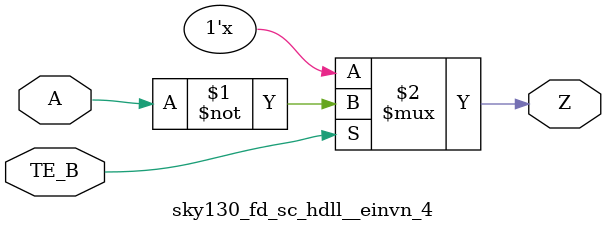
<source format=v>
/*
 * Copyright 2020 The SkyWater PDK Authors
 *
 * Licensed under the Apache License, Version 2.0 (the "License");
 * you may not use this file except in compliance with the License.
 * You may obtain a copy of the License at
 *
 *     https://www.apache.org/licenses/LICENSE-2.0
 *
 * Unless required by applicable law or agreed to in writing, software
 * distributed under the License is distributed on an "AS IS" BASIS,
 * WITHOUT WARRANTIES OR CONDITIONS OF ANY KIND, either express or implied.
 * See the License for the specific language governing permissions and
 * limitations under the License.
 *
 * SPDX-License-Identifier: Apache-2.0
*/


`ifndef SKY130_FD_SC_HDLL__EINVN_4_FUNCTIONAL_V
`define SKY130_FD_SC_HDLL__EINVN_4_FUNCTIONAL_V

/**
 * einvn: Tri-state inverter, negative enable.
 *
 * Verilog simulation functional model.
 */

`timescale 1ns / 1ps
`default_nettype none

`celldefine
module sky130_fd_sc_hdll__einvn_4 (
    Z   ,
    A   ,
    TE_B
);

    // Module ports
    output Z   ;
    input  A   ;
    input  TE_B;

    //     Name     Output  Other arguments
    notif0 notif00 (Z     , A, TE_B        );

endmodule
`endcelldefine

`default_nettype wire
`endif  // SKY130_FD_SC_HDLL__EINVN_4_FUNCTIONAL_V

</source>
